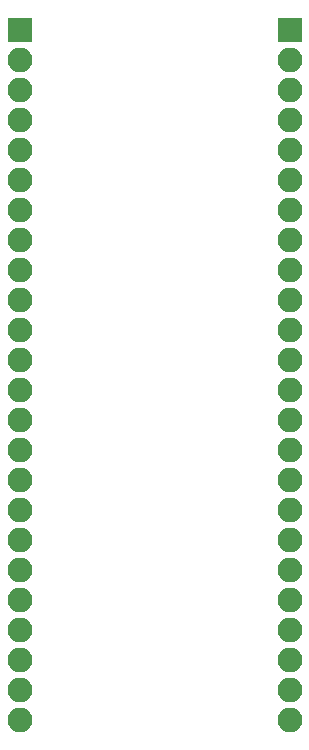
<source format=gbr>
G04 #@! TF.GenerationSoftware,KiCad,Pcbnew,(5.1.0-0)*
G04 #@! TF.CreationDate,2019-04-21T18:11:27+10:00*
G04 #@! TF.ProjectId,ETE006-CM119B-Breatout,45544530-3036-42d4-934d-313139422d42,1*
G04 #@! TF.SameCoordinates,Original*
G04 #@! TF.FileFunction,Soldermask,Bot*
G04 #@! TF.FilePolarity,Negative*
%FSLAX46Y46*%
G04 Gerber Fmt 4.6, Leading zero omitted, Abs format (unit mm)*
G04 Created by KiCad (PCBNEW (5.1.0-0)) date 2019-04-21 18:11:27*
%MOMM*%
%LPD*%
G04 APERTURE LIST*
%ADD10R,2.100000X2.100000*%
%ADD11O,2.100000X2.100000*%
G04 APERTURE END LIST*
D10*
X117933224Y-82578949D03*
D11*
X117933224Y-85118949D03*
X117933224Y-87658949D03*
X117933224Y-90198949D03*
X117933224Y-92738949D03*
X117933224Y-95278949D03*
X117933224Y-97818949D03*
X117933224Y-100358949D03*
X117933224Y-102898949D03*
X117933224Y-105438949D03*
X117933224Y-107978949D03*
X117933224Y-110518949D03*
X117933224Y-113058949D03*
X117933224Y-115598949D03*
X117933224Y-118138949D03*
X117933224Y-120678949D03*
X117933224Y-123218949D03*
X117933224Y-125758949D03*
X117933224Y-128298949D03*
X117933224Y-130838949D03*
X117933224Y-133378949D03*
X117933224Y-135918949D03*
X117933224Y-138458949D03*
X117933224Y-140998949D03*
X140793224Y-140998949D03*
X140793224Y-138458949D03*
X140793224Y-135918949D03*
X140793224Y-133378949D03*
X140793224Y-130838949D03*
X140793224Y-128298949D03*
X140793224Y-125758949D03*
X140793224Y-123218949D03*
X140793224Y-120678949D03*
X140793224Y-118138949D03*
X140793224Y-115598949D03*
X140793224Y-113058949D03*
X140793224Y-110518949D03*
X140793224Y-107978949D03*
X140793224Y-105438949D03*
X140793224Y-102898949D03*
X140793224Y-100358949D03*
X140793224Y-97818949D03*
X140793224Y-95278949D03*
X140793224Y-92738949D03*
X140793224Y-90198949D03*
X140793224Y-87658949D03*
X140793224Y-85118949D03*
D10*
X140793224Y-82578949D03*
M02*

</source>
